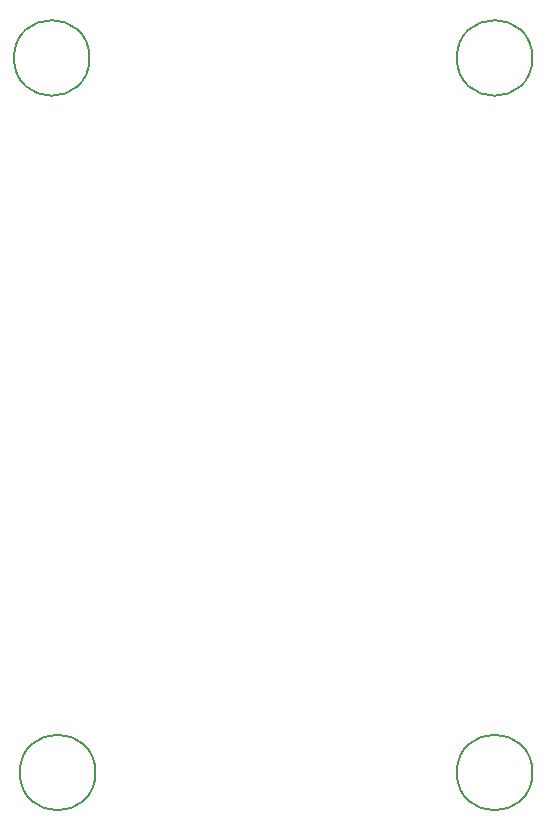
<source format=gbr>
%TF.GenerationSoftware,KiCad,Pcbnew,8.0.2*%
%TF.CreationDate,2024-09-21T14:57:53+02:00*%
%TF.ProjectId,FY_entry,46595f65-6e74-4727-992e-6b696361645f,rev?*%
%TF.SameCoordinates,Original*%
%TF.FileFunction,Other,Comment*%
%FSLAX46Y46*%
G04 Gerber Fmt 4.6, Leading zero omitted, Abs format (unit mm)*
G04 Created by KiCad (PCBNEW 8.0.2) date 2024-09-21 14:57:53*
%MOMM*%
%LPD*%
G01*
G04 APERTURE LIST*
%ADD10C,0.150000*%
G04 APERTURE END LIST*
D10*
%TO.C,REF\u002A\u002A*%
X88700000Y-106000000D02*
G75*
G02*
X82300000Y-106000000I-3200000J0D01*
G01*
X82300000Y-106000000D02*
G75*
G02*
X88700000Y-106000000I3200000J0D01*
G01*
X88700000Y-45500000D02*
G75*
G02*
X82300000Y-45500000I-3200000J0D01*
G01*
X82300000Y-45500000D02*
G75*
G02*
X88700000Y-45500000I3200000J0D01*
G01*
X51700000Y-106000000D02*
G75*
G02*
X45300000Y-106000000I-3200000J0D01*
G01*
X45300000Y-106000000D02*
G75*
G02*
X51700000Y-106000000I3200000J0D01*
G01*
X51200000Y-45500000D02*
G75*
G02*
X44800000Y-45500000I-3200000J0D01*
G01*
X44800000Y-45500000D02*
G75*
G02*
X51200000Y-45500000I3200000J0D01*
G01*
%TD*%
M02*

</source>
